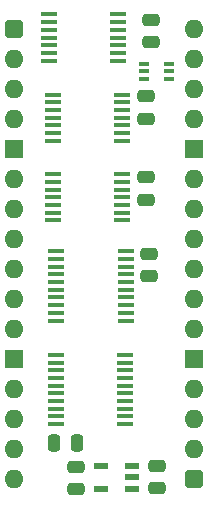
<source format=gts>
%TF.GenerationSoftware,KiCad,Pcbnew,7.0.5*%
%TF.CreationDate,2024-01-27T16:34:13+02:00*%
%TF.ProjectId,Flags Enable Interrupt,466c6167-7320-4456-9e61-626c6520496e,rev?*%
%TF.SameCoordinates,Original*%
%TF.FileFunction,Soldermask,Top*%
%TF.FilePolarity,Negative*%
%FSLAX46Y46*%
G04 Gerber Fmt 4.6, Leading zero omitted, Abs format (unit mm)*
G04 Created by KiCad (PCBNEW 7.0.5) date 2024-01-27 16:34:13*
%MOMM*%
%LPD*%
G01*
G04 APERTURE LIST*
G04 Aperture macros list*
%AMRoundRect*
0 Rectangle with rounded corners*
0 $1 Rounding radius*
0 $2 $3 $4 $5 $6 $7 $8 $9 X,Y pos of 4 corners*
0 Add a 4 corners polygon primitive as box body*
4,1,4,$2,$3,$4,$5,$6,$7,$8,$9,$2,$3,0*
0 Add four circle primitives for the rounded corners*
1,1,$1+$1,$2,$3*
1,1,$1+$1,$4,$5*
1,1,$1+$1,$6,$7*
1,1,$1+$1,$8,$9*
0 Add four rect primitives between the rounded corners*
20,1,$1+$1,$2,$3,$4,$5,0*
20,1,$1+$1,$4,$5,$6,$7,0*
20,1,$1+$1,$6,$7,$8,$9,0*
20,1,$1+$1,$8,$9,$2,$3,0*%
G04 Aperture macros list end*
%ADD10R,0.875000X0.450000*%
%ADD11RoundRect,0.250000X-0.475000X0.250000X-0.475000X-0.250000X0.475000X-0.250000X0.475000X0.250000X0*%
%ADD12RoundRect,0.250000X0.475000X-0.250000X0.475000X0.250000X-0.475000X0.250000X-0.475000X-0.250000X0*%
%ADD13R,1.475000X0.450000*%
%ADD14RoundRect,0.400000X-0.400000X-0.400000X0.400000X-0.400000X0.400000X0.400000X-0.400000X0.400000X0*%
%ADD15O,1.600000X1.600000*%
%ADD16R,1.600000X1.600000*%
%ADD17RoundRect,0.250000X-0.250000X-0.475000X0.250000X-0.475000X0.250000X0.475000X-0.250000X0.475000X0*%
%ADD18R,1.150000X0.600000*%
G04 APERTURE END LIST*
D10*
%TO.C,IC1*%
X125303000Y-56246000D03*
X125303000Y-56896000D03*
X125303000Y-57546000D03*
X127427000Y-57546000D03*
X127427000Y-56896000D03*
X127427000Y-56246000D03*
%TD*%
D11*
%TO.C,C8*%
X125730000Y-72345000D03*
X125730000Y-74245000D03*
%TD*%
D12*
%TO.C,C5*%
X119507000Y-92247000D03*
X119507000Y-90347000D03*
%TD*%
D13*
%TO.C,IC3*%
X117204000Y-52070000D03*
X117204000Y-52720000D03*
X117204000Y-53370000D03*
X117204000Y-54020000D03*
X117204000Y-54670000D03*
X117204000Y-55320000D03*
X117204000Y-55970000D03*
X123080000Y-55970000D03*
X123080000Y-55320000D03*
X123080000Y-54670000D03*
X123080000Y-54020000D03*
X123080000Y-53370000D03*
X123080000Y-52720000D03*
X123080000Y-52070000D03*
%TD*%
D11*
%TO.C,C1*%
X125459000Y-59010000D03*
X125459000Y-60910000D03*
%TD*%
D12*
%TO.C,C4*%
X126365000Y-92197000D03*
X126365000Y-90297000D03*
%TD*%
D14*
%TO.C,J1*%
X114300000Y-53340000D03*
D15*
X114300000Y-55880000D03*
X114300000Y-58420000D03*
X114300000Y-60960000D03*
D16*
X114300000Y-63500000D03*
D15*
X114300000Y-66040000D03*
X114300000Y-68580000D03*
X114300000Y-71120000D03*
X114300000Y-73660000D03*
X114300000Y-76200000D03*
X114300000Y-78740000D03*
D16*
X114300000Y-81280000D03*
D15*
X114300000Y-83820000D03*
X114300000Y-86360000D03*
X114300000Y-88900000D03*
X114300000Y-91440000D03*
D14*
X129540000Y-91440000D03*
D15*
X129540000Y-88900000D03*
X129540000Y-86360000D03*
X129540000Y-83820000D03*
D16*
X129540000Y-81280000D03*
D15*
X129540000Y-78740000D03*
X129540000Y-76200000D03*
X129540000Y-73660000D03*
X129540000Y-71120000D03*
X129540000Y-68580000D03*
X129540000Y-66040000D03*
D16*
X129540000Y-63500000D03*
D15*
X129540000Y-60960000D03*
X129540000Y-58420000D03*
X129540000Y-55880000D03*
X129540000Y-53340000D03*
%TD*%
D17*
%TO.C,C2*%
X117667000Y-88392000D03*
X119567000Y-88392000D03*
%TD*%
D13*
%TO.C,IC6*%
X123698000Y-86745000D03*
X123698000Y-86095000D03*
X123698000Y-85445000D03*
X123698000Y-84795000D03*
X123698000Y-84145000D03*
X123698000Y-83495000D03*
X123698000Y-82845000D03*
X123698000Y-82195000D03*
X123698000Y-81545000D03*
X123698000Y-80895000D03*
X117822000Y-80895000D03*
X117822000Y-81545000D03*
X117822000Y-82195000D03*
X117822000Y-82845000D03*
X117822000Y-83495000D03*
X117822000Y-84145000D03*
X117822000Y-84795000D03*
X117822000Y-85445000D03*
X117822000Y-86095000D03*
X117822000Y-86745000D03*
%TD*%
D11*
%TO.C,C7*%
X125857000Y-52533000D03*
X125857000Y-54433000D03*
%TD*%
%TO.C,C9*%
X125459000Y-65868000D03*
X125459000Y-67768000D03*
%TD*%
D13*
%TO.C,IC2*%
X117568000Y-58868000D03*
X117568000Y-59518000D03*
X117568000Y-60168000D03*
X117568000Y-60818000D03*
X117568000Y-61468000D03*
X117568000Y-62118000D03*
X117568000Y-62768000D03*
X123444000Y-62768000D03*
X123444000Y-62118000D03*
X123444000Y-61468000D03*
X123444000Y-60818000D03*
X123444000Y-60168000D03*
X123444000Y-59518000D03*
X123444000Y-58868000D03*
%TD*%
D18*
%TO.C,IC5*%
X124236000Y-92213000D03*
X124236000Y-91263000D03*
X124236000Y-90313000D03*
X121636000Y-90313000D03*
X121636000Y-92213000D03*
%TD*%
D13*
%TO.C,IC7*%
X117568000Y-65599000D03*
X117568000Y-66249000D03*
X117568000Y-66899000D03*
X117568000Y-67549000D03*
X117568000Y-68199000D03*
X117568000Y-68849000D03*
X117568000Y-69499000D03*
X123444000Y-69499000D03*
X123444000Y-68849000D03*
X123444000Y-68199000D03*
X123444000Y-67549000D03*
X123444000Y-66899000D03*
X123444000Y-66249000D03*
X123444000Y-65599000D03*
%TD*%
%TO.C,IC8*%
X117839000Y-72132000D03*
X117839000Y-72782000D03*
X117839000Y-73432000D03*
X117839000Y-74082000D03*
X117839000Y-74732000D03*
X117839000Y-75382000D03*
X117839000Y-76032000D03*
X117839000Y-76682000D03*
X117839000Y-77332000D03*
X117839000Y-77982000D03*
X123715000Y-77982000D03*
X123715000Y-77332000D03*
X123715000Y-76682000D03*
X123715000Y-76032000D03*
X123715000Y-75382000D03*
X123715000Y-74732000D03*
X123715000Y-74082000D03*
X123715000Y-73432000D03*
X123715000Y-72782000D03*
X123715000Y-72132000D03*
%TD*%
M02*

</source>
